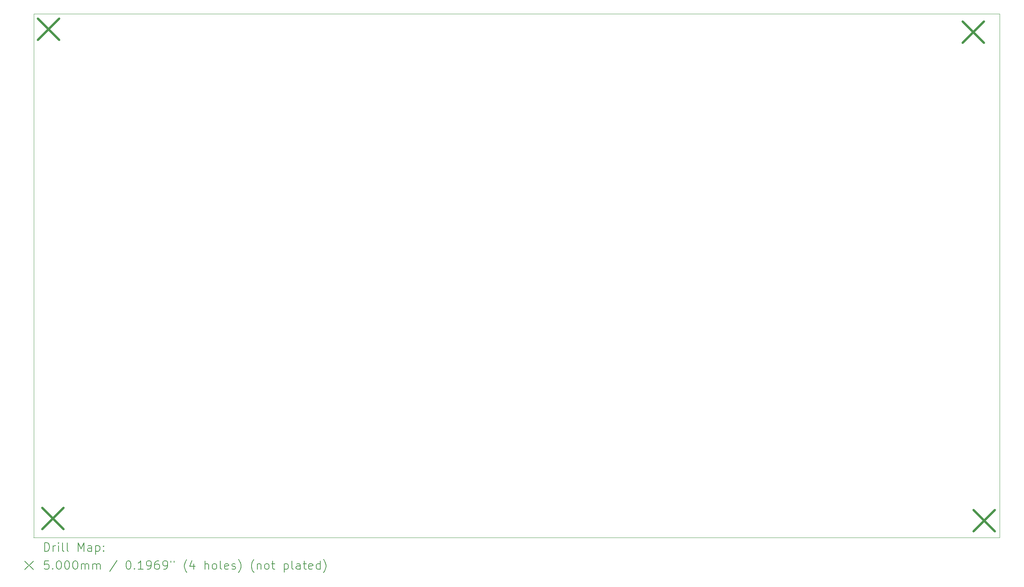
<source format=gbr>
%TF.GenerationSoftware,KiCad,Pcbnew,7.0.5*%
%TF.CreationDate,2023-10-10T15:43:37-03:00*%
%TF.ProjectId,intex_spa_V4,696e7465-785f-4737-9061-5f56342e6b69,Marcio Ant_o*%
%TF.SameCoordinates,Original*%
%TF.FileFunction,Drillmap*%
%TF.FilePolarity,Positive*%
%FSLAX45Y45*%
G04 Gerber Fmt 4.5, Leading zero omitted, Abs format (unit mm)*
G04 Created by KiCad (PCBNEW 7.0.5) date 2023-10-10 15:43:37*
%MOMM*%
%LPD*%
G01*
G04 APERTURE LIST*
%ADD10C,0.100000*%
%ADD11C,0.200000*%
%ADD12C,0.500000*%
G04 APERTURE END LIST*
D10*
X2754000Y-3184000D02*
X2754000Y-15384000D01*
X25252912Y-3184000D02*
X25252912Y-15383982D01*
X25252912Y-3184000D02*
X2754000Y-3184000D01*
X25253870Y-15383982D02*
X2753870Y-15383982D01*
D11*
D12*
X2852661Y-3289945D02*
X3352661Y-3789945D01*
X3352661Y-3289945D02*
X2852661Y-3789945D01*
X2954000Y-14684000D02*
X3454000Y-15184000D01*
X3454000Y-14684000D02*
X2954000Y-15184000D01*
X24388000Y-3358000D02*
X24888000Y-3858000D01*
X24888000Y-3358000D02*
X24388000Y-3858000D01*
X24642000Y-14736000D02*
X25142000Y-15236000D01*
X25142000Y-14736000D02*
X24642000Y-15236000D01*
D11*
X3009647Y-15700484D02*
X3009647Y-15500484D01*
X3009647Y-15500484D02*
X3057266Y-15500484D01*
X3057266Y-15500484D02*
X3085838Y-15510008D01*
X3085838Y-15510008D02*
X3104885Y-15529055D01*
X3104885Y-15529055D02*
X3114409Y-15548103D01*
X3114409Y-15548103D02*
X3123933Y-15586198D01*
X3123933Y-15586198D02*
X3123933Y-15614769D01*
X3123933Y-15614769D02*
X3114409Y-15652865D01*
X3114409Y-15652865D02*
X3104885Y-15671912D01*
X3104885Y-15671912D02*
X3085838Y-15690960D01*
X3085838Y-15690960D02*
X3057266Y-15700484D01*
X3057266Y-15700484D02*
X3009647Y-15700484D01*
X3209647Y-15700484D02*
X3209647Y-15567150D01*
X3209647Y-15605246D02*
X3219171Y-15586198D01*
X3219171Y-15586198D02*
X3228695Y-15576674D01*
X3228695Y-15576674D02*
X3247742Y-15567150D01*
X3247742Y-15567150D02*
X3266790Y-15567150D01*
X3333457Y-15700484D02*
X3333457Y-15567150D01*
X3333457Y-15500484D02*
X3323933Y-15510008D01*
X3323933Y-15510008D02*
X3333457Y-15519531D01*
X3333457Y-15519531D02*
X3342980Y-15510008D01*
X3342980Y-15510008D02*
X3333457Y-15500484D01*
X3333457Y-15500484D02*
X3333457Y-15519531D01*
X3457266Y-15700484D02*
X3438219Y-15690960D01*
X3438219Y-15690960D02*
X3428695Y-15671912D01*
X3428695Y-15671912D02*
X3428695Y-15500484D01*
X3562028Y-15700484D02*
X3542980Y-15690960D01*
X3542980Y-15690960D02*
X3533457Y-15671912D01*
X3533457Y-15671912D02*
X3533457Y-15500484D01*
X3790600Y-15700484D02*
X3790600Y-15500484D01*
X3790600Y-15500484D02*
X3857266Y-15643341D01*
X3857266Y-15643341D02*
X3923933Y-15500484D01*
X3923933Y-15500484D02*
X3923933Y-15700484D01*
X4104885Y-15700484D02*
X4104885Y-15595722D01*
X4104885Y-15595722D02*
X4095361Y-15576674D01*
X4095361Y-15576674D02*
X4076314Y-15567150D01*
X4076314Y-15567150D02*
X4038219Y-15567150D01*
X4038219Y-15567150D02*
X4019171Y-15576674D01*
X4104885Y-15690960D02*
X4085838Y-15700484D01*
X4085838Y-15700484D02*
X4038219Y-15700484D01*
X4038219Y-15700484D02*
X4019171Y-15690960D01*
X4019171Y-15690960D02*
X4009647Y-15671912D01*
X4009647Y-15671912D02*
X4009647Y-15652865D01*
X4009647Y-15652865D02*
X4019171Y-15633817D01*
X4019171Y-15633817D02*
X4038219Y-15624293D01*
X4038219Y-15624293D02*
X4085838Y-15624293D01*
X4085838Y-15624293D02*
X4104885Y-15614769D01*
X4200123Y-15567150D02*
X4200123Y-15767150D01*
X4200123Y-15576674D02*
X4219171Y-15567150D01*
X4219171Y-15567150D02*
X4257266Y-15567150D01*
X4257266Y-15567150D02*
X4276314Y-15576674D01*
X4276314Y-15576674D02*
X4285838Y-15586198D01*
X4285838Y-15586198D02*
X4295362Y-15605246D01*
X4295362Y-15605246D02*
X4295362Y-15662388D01*
X4295362Y-15662388D02*
X4285838Y-15681436D01*
X4285838Y-15681436D02*
X4276314Y-15690960D01*
X4276314Y-15690960D02*
X4257266Y-15700484D01*
X4257266Y-15700484D02*
X4219171Y-15700484D01*
X4219171Y-15700484D02*
X4200123Y-15690960D01*
X4381076Y-15681436D02*
X4390600Y-15690960D01*
X4390600Y-15690960D02*
X4381076Y-15700484D01*
X4381076Y-15700484D02*
X4371552Y-15690960D01*
X4371552Y-15690960D02*
X4381076Y-15681436D01*
X4381076Y-15681436D02*
X4381076Y-15700484D01*
X4381076Y-15576674D02*
X4390600Y-15586198D01*
X4390600Y-15586198D02*
X4381076Y-15595722D01*
X4381076Y-15595722D02*
X4371552Y-15586198D01*
X4371552Y-15586198D02*
X4381076Y-15576674D01*
X4381076Y-15576674D02*
X4381076Y-15595722D01*
X2548870Y-15929000D02*
X2748870Y-16129000D01*
X2748870Y-15929000D02*
X2548870Y-16129000D01*
X3104885Y-15920484D02*
X3009647Y-15920484D01*
X3009647Y-15920484D02*
X3000123Y-16015722D01*
X3000123Y-16015722D02*
X3009647Y-16006198D01*
X3009647Y-16006198D02*
X3028695Y-15996674D01*
X3028695Y-15996674D02*
X3076314Y-15996674D01*
X3076314Y-15996674D02*
X3095361Y-16006198D01*
X3095361Y-16006198D02*
X3104885Y-16015722D01*
X3104885Y-16015722D02*
X3114409Y-16034769D01*
X3114409Y-16034769D02*
X3114409Y-16082388D01*
X3114409Y-16082388D02*
X3104885Y-16101436D01*
X3104885Y-16101436D02*
X3095361Y-16110960D01*
X3095361Y-16110960D02*
X3076314Y-16120484D01*
X3076314Y-16120484D02*
X3028695Y-16120484D01*
X3028695Y-16120484D02*
X3009647Y-16110960D01*
X3009647Y-16110960D02*
X3000123Y-16101436D01*
X3200123Y-16101436D02*
X3209647Y-16110960D01*
X3209647Y-16110960D02*
X3200123Y-16120484D01*
X3200123Y-16120484D02*
X3190600Y-16110960D01*
X3190600Y-16110960D02*
X3200123Y-16101436D01*
X3200123Y-16101436D02*
X3200123Y-16120484D01*
X3333457Y-15920484D02*
X3352504Y-15920484D01*
X3352504Y-15920484D02*
X3371552Y-15930008D01*
X3371552Y-15930008D02*
X3381076Y-15939531D01*
X3381076Y-15939531D02*
X3390600Y-15958579D01*
X3390600Y-15958579D02*
X3400123Y-15996674D01*
X3400123Y-15996674D02*
X3400123Y-16044293D01*
X3400123Y-16044293D02*
X3390600Y-16082388D01*
X3390600Y-16082388D02*
X3381076Y-16101436D01*
X3381076Y-16101436D02*
X3371552Y-16110960D01*
X3371552Y-16110960D02*
X3352504Y-16120484D01*
X3352504Y-16120484D02*
X3333457Y-16120484D01*
X3333457Y-16120484D02*
X3314409Y-16110960D01*
X3314409Y-16110960D02*
X3304885Y-16101436D01*
X3304885Y-16101436D02*
X3295361Y-16082388D01*
X3295361Y-16082388D02*
X3285838Y-16044293D01*
X3285838Y-16044293D02*
X3285838Y-15996674D01*
X3285838Y-15996674D02*
X3295361Y-15958579D01*
X3295361Y-15958579D02*
X3304885Y-15939531D01*
X3304885Y-15939531D02*
X3314409Y-15930008D01*
X3314409Y-15930008D02*
X3333457Y-15920484D01*
X3523933Y-15920484D02*
X3542981Y-15920484D01*
X3542981Y-15920484D02*
X3562028Y-15930008D01*
X3562028Y-15930008D02*
X3571552Y-15939531D01*
X3571552Y-15939531D02*
X3581076Y-15958579D01*
X3581076Y-15958579D02*
X3590600Y-15996674D01*
X3590600Y-15996674D02*
X3590600Y-16044293D01*
X3590600Y-16044293D02*
X3581076Y-16082388D01*
X3581076Y-16082388D02*
X3571552Y-16101436D01*
X3571552Y-16101436D02*
X3562028Y-16110960D01*
X3562028Y-16110960D02*
X3542981Y-16120484D01*
X3542981Y-16120484D02*
X3523933Y-16120484D01*
X3523933Y-16120484D02*
X3504885Y-16110960D01*
X3504885Y-16110960D02*
X3495361Y-16101436D01*
X3495361Y-16101436D02*
X3485838Y-16082388D01*
X3485838Y-16082388D02*
X3476314Y-16044293D01*
X3476314Y-16044293D02*
X3476314Y-15996674D01*
X3476314Y-15996674D02*
X3485838Y-15958579D01*
X3485838Y-15958579D02*
X3495361Y-15939531D01*
X3495361Y-15939531D02*
X3504885Y-15930008D01*
X3504885Y-15930008D02*
X3523933Y-15920484D01*
X3714409Y-15920484D02*
X3733457Y-15920484D01*
X3733457Y-15920484D02*
X3752504Y-15930008D01*
X3752504Y-15930008D02*
X3762028Y-15939531D01*
X3762028Y-15939531D02*
X3771552Y-15958579D01*
X3771552Y-15958579D02*
X3781076Y-15996674D01*
X3781076Y-15996674D02*
X3781076Y-16044293D01*
X3781076Y-16044293D02*
X3771552Y-16082388D01*
X3771552Y-16082388D02*
X3762028Y-16101436D01*
X3762028Y-16101436D02*
X3752504Y-16110960D01*
X3752504Y-16110960D02*
X3733457Y-16120484D01*
X3733457Y-16120484D02*
X3714409Y-16120484D01*
X3714409Y-16120484D02*
X3695361Y-16110960D01*
X3695361Y-16110960D02*
X3685838Y-16101436D01*
X3685838Y-16101436D02*
X3676314Y-16082388D01*
X3676314Y-16082388D02*
X3666790Y-16044293D01*
X3666790Y-16044293D02*
X3666790Y-15996674D01*
X3666790Y-15996674D02*
X3676314Y-15958579D01*
X3676314Y-15958579D02*
X3685838Y-15939531D01*
X3685838Y-15939531D02*
X3695361Y-15930008D01*
X3695361Y-15930008D02*
X3714409Y-15920484D01*
X3866790Y-16120484D02*
X3866790Y-15987150D01*
X3866790Y-16006198D02*
X3876314Y-15996674D01*
X3876314Y-15996674D02*
X3895361Y-15987150D01*
X3895361Y-15987150D02*
X3923933Y-15987150D01*
X3923933Y-15987150D02*
X3942981Y-15996674D01*
X3942981Y-15996674D02*
X3952504Y-16015722D01*
X3952504Y-16015722D02*
X3952504Y-16120484D01*
X3952504Y-16015722D02*
X3962028Y-15996674D01*
X3962028Y-15996674D02*
X3981076Y-15987150D01*
X3981076Y-15987150D02*
X4009647Y-15987150D01*
X4009647Y-15987150D02*
X4028695Y-15996674D01*
X4028695Y-15996674D02*
X4038219Y-16015722D01*
X4038219Y-16015722D02*
X4038219Y-16120484D01*
X4133457Y-16120484D02*
X4133457Y-15987150D01*
X4133457Y-16006198D02*
X4142981Y-15996674D01*
X4142981Y-15996674D02*
X4162028Y-15987150D01*
X4162028Y-15987150D02*
X4190600Y-15987150D01*
X4190600Y-15987150D02*
X4209647Y-15996674D01*
X4209647Y-15996674D02*
X4219171Y-16015722D01*
X4219171Y-16015722D02*
X4219171Y-16120484D01*
X4219171Y-16015722D02*
X4228695Y-15996674D01*
X4228695Y-15996674D02*
X4247743Y-15987150D01*
X4247743Y-15987150D02*
X4276314Y-15987150D01*
X4276314Y-15987150D02*
X4295362Y-15996674D01*
X4295362Y-15996674D02*
X4304885Y-16015722D01*
X4304885Y-16015722D02*
X4304885Y-16120484D01*
X4695362Y-15910960D02*
X4523933Y-16168103D01*
X4952505Y-15920484D02*
X4971552Y-15920484D01*
X4971552Y-15920484D02*
X4990600Y-15930008D01*
X4990600Y-15930008D02*
X5000124Y-15939531D01*
X5000124Y-15939531D02*
X5009647Y-15958579D01*
X5009647Y-15958579D02*
X5019171Y-15996674D01*
X5019171Y-15996674D02*
X5019171Y-16044293D01*
X5019171Y-16044293D02*
X5009647Y-16082388D01*
X5009647Y-16082388D02*
X5000124Y-16101436D01*
X5000124Y-16101436D02*
X4990600Y-16110960D01*
X4990600Y-16110960D02*
X4971552Y-16120484D01*
X4971552Y-16120484D02*
X4952505Y-16120484D01*
X4952505Y-16120484D02*
X4933457Y-16110960D01*
X4933457Y-16110960D02*
X4923933Y-16101436D01*
X4923933Y-16101436D02*
X4914409Y-16082388D01*
X4914409Y-16082388D02*
X4904886Y-16044293D01*
X4904886Y-16044293D02*
X4904886Y-15996674D01*
X4904886Y-15996674D02*
X4914409Y-15958579D01*
X4914409Y-15958579D02*
X4923933Y-15939531D01*
X4923933Y-15939531D02*
X4933457Y-15930008D01*
X4933457Y-15930008D02*
X4952505Y-15920484D01*
X5104886Y-16101436D02*
X5114409Y-16110960D01*
X5114409Y-16110960D02*
X5104886Y-16120484D01*
X5104886Y-16120484D02*
X5095362Y-16110960D01*
X5095362Y-16110960D02*
X5104886Y-16101436D01*
X5104886Y-16101436D02*
X5104886Y-16120484D01*
X5304886Y-16120484D02*
X5190600Y-16120484D01*
X5247743Y-16120484D02*
X5247743Y-15920484D01*
X5247743Y-15920484D02*
X5228695Y-15949055D01*
X5228695Y-15949055D02*
X5209647Y-15968103D01*
X5209647Y-15968103D02*
X5190600Y-15977627D01*
X5400124Y-16120484D02*
X5438219Y-16120484D01*
X5438219Y-16120484D02*
X5457267Y-16110960D01*
X5457267Y-16110960D02*
X5466790Y-16101436D01*
X5466790Y-16101436D02*
X5485838Y-16072865D01*
X5485838Y-16072865D02*
X5495362Y-16034769D01*
X5495362Y-16034769D02*
X5495362Y-15958579D01*
X5495362Y-15958579D02*
X5485838Y-15939531D01*
X5485838Y-15939531D02*
X5476314Y-15930008D01*
X5476314Y-15930008D02*
X5457267Y-15920484D01*
X5457267Y-15920484D02*
X5419171Y-15920484D01*
X5419171Y-15920484D02*
X5400124Y-15930008D01*
X5400124Y-15930008D02*
X5390600Y-15939531D01*
X5390600Y-15939531D02*
X5381076Y-15958579D01*
X5381076Y-15958579D02*
X5381076Y-16006198D01*
X5381076Y-16006198D02*
X5390600Y-16025246D01*
X5390600Y-16025246D02*
X5400124Y-16034769D01*
X5400124Y-16034769D02*
X5419171Y-16044293D01*
X5419171Y-16044293D02*
X5457267Y-16044293D01*
X5457267Y-16044293D02*
X5476314Y-16034769D01*
X5476314Y-16034769D02*
X5485838Y-16025246D01*
X5485838Y-16025246D02*
X5495362Y-16006198D01*
X5666790Y-15920484D02*
X5628695Y-15920484D01*
X5628695Y-15920484D02*
X5609647Y-15930008D01*
X5609647Y-15930008D02*
X5600124Y-15939531D01*
X5600124Y-15939531D02*
X5581076Y-15968103D01*
X5581076Y-15968103D02*
X5571552Y-16006198D01*
X5571552Y-16006198D02*
X5571552Y-16082388D01*
X5571552Y-16082388D02*
X5581076Y-16101436D01*
X5581076Y-16101436D02*
X5590600Y-16110960D01*
X5590600Y-16110960D02*
X5609647Y-16120484D01*
X5609647Y-16120484D02*
X5647743Y-16120484D01*
X5647743Y-16120484D02*
X5666790Y-16110960D01*
X5666790Y-16110960D02*
X5676314Y-16101436D01*
X5676314Y-16101436D02*
X5685838Y-16082388D01*
X5685838Y-16082388D02*
X5685838Y-16034769D01*
X5685838Y-16034769D02*
X5676314Y-16015722D01*
X5676314Y-16015722D02*
X5666790Y-16006198D01*
X5666790Y-16006198D02*
X5647743Y-15996674D01*
X5647743Y-15996674D02*
X5609647Y-15996674D01*
X5609647Y-15996674D02*
X5590600Y-16006198D01*
X5590600Y-16006198D02*
X5581076Y-16015722D01*
X5581076Y-16015722D02*
X5571552Y-16034769D01*
X5781076Y-16120484D02*
X5819171Y-16120484D01*
X5819171Y-16120484D02*
X5838219Y-16110960D01*
X5838219Y-16110960D02*
X5847743Y-16101436D01*
X5847743Y-16101436D02*
X5866790Y-16072865D01*
X5866790Y-16072865D02*
X5876314Y-16034769D01*
X5876314Y-16034769D02*
X5876314Y-15958579D01*
X5876314Y-15958579D02*
X5866790Y-15939531D01*
X5866790Y-15939531D02*
X5857266Y-15930008D01*
X5857266Y-15930008D02*
X5838219Y-15920484D01*
X5838219Y-15920484D02*
X5800124Y-15920484D01*
X5800124Y-15920484D02*
X5781076Y-15930008D01*
X5781076Y-15930008D02*
X5771552Y-15939531D01*
X5771552Y-15939531D02*
X5762028Y-15958579D01*
X5762028Y-15958579D02*
X5762028Y-16006198D01*
X5762028Y-16006198D02*
X5771552Y-16025246D01*
X5771552Y-16025246D02*
X5781076Y-16034769D01*
X5781076Y-16034769D02*
X5800124Y-16044293D01*
X5800124Y-16044293D02*
X5838219Y-16044293D01*
X5838219Y-16044293D02*
X5857266Y-16034769D01*
X5857266Y-16034769D02*
X5866790Y-16025246D01*
X5866790Y-16025246D02*
X5876314Y-16006198D01*
X5952505Y-15920484D02*
X5952505Y-15958579D01*
X6028695Y-15920484D02*
X6028695Y-15958579D01*
X6323933Y-16196674D02*
X6314409Y-16187150D01*
X6314409Y-16187150D02*
X6295362Y-16158579D01*
X6295362Y-16158579D02*
X6285838Y-16139531D01*
X6285838Y-16139531D02*
X6276314Y-16110960D01*
X6276314Y-16110960D02*
X6266790Y-16063341D01*
X6266790Y-16063341D02*
X6266790Y-16025246D01*
X6266790Y-16025246D02*
X6276314Y-15977627D01*
X6276314Y-15977627D02*
X6285838Y-15949055D01*
X6285838Y-15949055D02*
X6295362Y-15930008D01*
X6295362Y-15930008D02*
X6314409Y-15901436D01*
X6314409Y-15901436D02*
X6323933Y-15891912D01*
X6485838Y-15987150D02*
X6485838Y-16120484D01*
X6438219Y-15910960D02*
X6390600Y-16053817D01*
X6390600Y-16053817D02*
X6514409Y-16053817D01*
X6742981Y-16120484D02*
X6742981Y-15920484D01*
X6828695Y-16120484D02*
X6828695Y-16015722D01*
X6828695Y-16015722D02*
X6819171Y-15996674D01*
X6819171Y-15996674D02*
X6800124Y-15987150D01*
X6800124Y-15987150D02*
X6771552Y-15987150D01*
X6771552Y-15987150D02*
X6752505Y-15996674D01*
X6752505Y-15996674D02*
X6742981Y-16006198D01*
X6952505Y-16120484D02*
X6933457Y-16110960D01*
X6933457Y-16110960D02*
X6923933Y-16101436D01*
X6923933Y-16101436D02*
X6914409Y-16082388D01*
X6914409Y-16082388D02*
X6914409Y-16025246D01*
X6914409Y-16025246D02*
X6923933Y-16006198D01*
X6923933Y-16006198D02*
X6933457Y-15996674D01*
X6933457Y-15996674D02*
X6952505Y-15987150D01*
X6952505Y-15987150D02*
X6981076Y-15987150D01*
X6981076Y-15987150D02*
X7000124Y-15996674D01*
X7000124Y-15996674D02*
X7009648Y-16006198D01*
X7009648Y-16006198D02*
X7019171Y-16025246D01*
X7019171Y-16025246D02*
X7019171Y-16082388D01*
X7019171Y-16082388D02*
X7009648Y-16101436D01*
X7009648Y-16101436D02*
X7000124Y-16110960D01*
X7000124Y-16110960D02*
X6981076Y-16120484D01*
X6981076Y-16120484D02*
X6952505Y-16120484D01*
X7133457Y-16120484D02*
X7114409Y-16110960D01*
X7114409Y-16110960D02*
X7104886Y-16091912D01*
X7104886Y-16091912D02*
X7104886Y-15920484D01*
X7285838Y-16110960D02*
X7266790Y-16120484D01*
X7266790Y-16120484D02*
X7228695Y-16120484D01*
X7228695Y-16120484D02*
X7209648Y-16110960D01*
X7209648Y-16110960D02*
X7200124Y-16091912D01*
X7200124Y-16091912D02*
X7200124Y-16015722D01*
X7200124Y-16015722D02*
X7209648Y-15996674D01*
X7209648Y-15996674D02*
X7228695Y-15987150D01*
X7228695Y-15987150D02*
X7266790Y-15987150D01*
X7266790Y-15987150D02*
X7285838Y-15996674D01*
X7285838Y-15996674D02*
X7295362Y-16015722D01*
X7295362Y-16015722D02*
X7295362Y-16034769D01*
X7295362Y-16034769D02*
X7200124Y-16053817D01*
X7371552Y-16110960D02*
X7390600Y-16120484D01*
X7390600Y-16120484D02*
X7428695Y-16120484D01*
X7428695Y-16120484D02*
X7447743Y-16110960D01*
X7447743Y-16110960D02*
X7457267Y-16091912D01*
X7457267Y-16091912D02*
X7457267Y-16082388D01*
X7457267Y-16082388D02*
X7447743Y-16063341D01*
X7447743Y-16063341D02*
X7428695Y-16053817D01*
X7428695Y-16053817D02*
X7400124Y-16053817D01*
X7400124Y-16053817D02*
X7381076Y-16044293D01*
X7381076Y-16044293D02*
X7371552Y-16025246D01*
X7371552Y-16025246D02*
X7371552Y-16015722D01*
X7371552Y-16015722D02*
X7381076Y-15996674D01*
X7381076Y-15996674D02*
X7400124Y-15987150D01*
X7400124Y-15987150D02*
X7428695Y-15987150D01*
X7428695Y-15987150D02*
X7447743Y-15996674D01*
X7523933Y-16196674D02*
X7533457Y-16187150D01*
X7533457Y-16187150D02*
X7552505Y-16158579D01*
X7552505Y-16158579D02*
X7562029Y-16139531D01*
X7562029Y-16139531D02*
X7571552Y-16110960D01*
X7571552Y-16110960D02*
X7581076Y-16063341D01*
X7581076Y-16063341D02*
X7581076Y-16025246D01*
X7581076Y-16025246D02*
X7571552Y-15977627D01*
X7571552Y-15977627D02*
X7562029Y-15949055D01*
X7562029Y-15949055D02*
X7552505Y-15930008D01*
X7552505Y-15930008D02*
X7533457Y-15901436D01*
X7533457Y-15901436D02*
X7523933Y-15891912D01*
X7885838Y-16196674D02*
X7876314Y-16187150D01*
X7876314Y-16187150D02*
X7857267Y-16158579D01*
X7857267Y-16158579D02*
X7847743Y-16139531D01*
X7847743Y-16139531D02*
X7838219Y-16110960D01*
X7838219Y-16110960D02*
X7828695Y-16063341D01*
X7828695Y-16063341D02*
X7828695Y-16025246D01*
X7828695Y-16025246D02*
X7838219Y-15977627D01*
X7838219Y-15977627D02*
X7847743Y-15949055D01*
X7847743Y-15949055D02*
X7857267Y-15930008D01*
X7857267Y-15930008D02*
X7876314Y-15901436D01*
X7876314Y-15901436D02*
X7885838Y-15891912D01*
X7962029Y-15987150D02*
X7962029Y-16120484D01*
X7962029Y-16006198D02*
X7971552Y-15996674D01*
X7971552Y-15996674D02*
X7990600Y-15987150D01*
X7990600Y-15987150D02*
X8019171Y-15987150D01*
X8019171Y-15987150D02*
X8038219Y-15996674D01*
X8038219Y-15996674D02*
X8047743Y-16015722D01*
X8047743Y-16015722D02*
X8047743Y-16120484D01*
X8171552Y-16120484D02*
X8152505Y-16110960D01*
X8152505Y-16110960D02*
X8142981Y-16101436D01*
X8142981Y-16101436D02*
X8133457Y-16082388D01*
X8133457Y-16082388D02*
X8133457Y-16025246D01*
X8133457Y-16025246D02*
X8142981Y-16006198D01*
X8142981Y-16006198D02*
X8152505Y-15996674D01*
X8152505Y-15996674D02*
X8171552Y-15987150D01*
X8171552Y-15987150D02*
X8200124Y-15987150D01*
X8200124Y-15987150D02*
X8219171Y-15996674D01*
X8219171Y-15996674D02*
X8228695Y-16006198D01*
X8228695Y-16006198D02*
X8238219Y-16025246D01*
X8238219Y-16025246D02*
X8238219Y-16082388D01*
X8238219Y-16082388D02*
X8228695Y-16101436D01*
X8228695Y-16101436D02*
X8219171Y-16110960D01*
X8219171Y-16110960D02*
X8200124Y-16120484D01*
X8200124Y-16120484D02*
X8171552Y-16120484D01*
X8295362Y-15987150D02*
X8371552Y-15987150D01*
X8323933Y-15920484D02*
X8323933Y-16091912D01*
X8323933Y-16091912D02*
X8333457Y-16110960D01*
X8333457Y-16110960D02*
X8352505Y-16120484D01*
X8352505Y-16120484D02*
X8371552Y-16120484D01*
X8590600Y-15987150D02*
X8590600Y-16187150D01*
X8590600Y-15996674D02*
X8609648Y-15987150D01*
X8609648Y-15987150D02*
X8647743Y-15987150D01*
X8647743Y-15987150D02*
X8666791Y-15996674D01*
X8666791Y-15996674D02*
X8676314Y-16006198D01*
X8676314Y-16006198D02*
X8685838Y-16025246D01*
X8685838Y-16025246D02*
X8685838Y-16082388D01*
X8685838Y-16082388D02*
X8676314Y-16101436D01*
X8676314Y-16101436D02*
X8666791Y-16110960D01*
X8666791Y-16110960D02*
X8647743Y-16120484D01*
X8647743Y-16120484D02*
X8609648Y-16120484D01*
X8609648Y-16120484D02*
X8590600Y-16110960D01*
X8800124Y-16120484D02*
X8781076Y-16110960D01*
X8781076Y-16110960D02*
X8771553Y-16091912D01*
X8771553Y-16091912D02*
X8771553Y-15920484D01*
X8962029Y-16120484D02*
X8962029Y-16015722D01*
X8962029Y-16015722D02*
X8952505Y-15996674D01*
X8952505Y-15996674D02*
X8933457Y-15987150D01*
X8933457Y-15987150D02*
X8895362Y-15987150D01*
X8895362Y-15987150D02*
X8876314Y-15996674D01*
X8962029Y-16110960D02*
X8942981Y-16120484D01*
X8942981Y-16120484D02*
X8895362Y-16120484D01*
X8895362Y-16120484D02*
X8876314Y-16110960D01*
X8876314Y-16110960D02*
X8866791Y-16091912D01*
X8866791Y-16091912D02*
X8866791Y-16072865D01*
X8866791Y-16072865D02*
X8876314Y-16053817D01*
X8876314Y-16053817D02*
X8895362Y-16044293D01*
X8895362Y-16044293D02*
X8942981Y-16044293D01*
X8942981Y-16044293D02*
X8962029Y-16034769D01*
X9028695Y-15987150D02*
X9104886Y-15987150D01*
X9057267Y-15920484D02*
X9057267Y-16091912D01*
X9057267Y-16091912D02*
X9066791Y-16110960D01*
X9066791Y-16110960D02*
X9085838Y-16120484D01*
X9085838Y-16120484D02*
X9104886Y-16120484D01*
X9247743Y-16110960D02*
X9228695Y-16120484D01*
X9228695Y-16120484D02*
X9190600Y-16120484D01*
X9190600Y-16120484D02*
X9171553Y-16110960D01*
X9171553Y-16110960D02*
X9162029Y-16091912D01*
X9162029Y-16091912D02*
X9162029Y-16015722D01*
X9162029Y-16015722D02*
X9171553Y-15996674D01*
X9171553Y-15996674D02*
X9190600Y-15987150D01*
X9190600Y-15987150D02*
X9228695Y-15987150D01*
X9228695Y-15987150D02*
X9247743Y-15996674D01*
X9247743Y-15996674D02*
X9257267Y-16015722D01*
X9257267Y-16015722D02*
X9257267Y-16034769D01*
X9257267Y-16034769D02*
X9162029Y-16053817D01*
X9428695Y-16120484D02*
X9428695Y-15920484D01*
X9428695Y-16110960D02*
X9409648Y-16120484D01*
X9409648Y-16120484D02*
X9371553Y-16120484D01*
X9371553Y-16120484D02*
X9352505Y-16110960D01*
X9352505Y-16110960D02*
X9342981Y-16101436D01*
X9342981Y-16101436D02*
X9333457Y-16082388D01*
X9333457Y-16082388D02*
X9333457Y-16025246D01*
X9333457Y-16025246D02*
X9342981Y-16006198D01*
X9342981Y-16006198D02*
X9352505Y-15996674D01*
X9352505Y-15996674D02*
X9371553Y-15987150D01*
X9371553Y-15987150D02*
X9409648Y-15987150D01*
X9409648Y-15987150D02*
X9428695Y-15996674D01*
X9504886Y-16196674D02*
X9514410Y-16187150D01*
X9514410Y-16187150D02*
X9533457Y-16158579D01*
X9533457Y-16158579D02*
X9542981Y-16139531D01*
X9542981Y-16139531D02*
X9552505Y-16110960D01*
X9552505Y-16110960D02*
X9562029Y-16063341D01*
X9562029Y-16063341D02*
X9562029Y-16025246D01*
X9562029Y-16025246D02*
X9552505Y-15977627D01*
X9552505Y-15977627D02*
X9542981Y-15949055D01*
X9542981Y-15949055D02*
X9533457Y-15930008D01*
X9533457Y-15930008D02*
X9514410Y-15901436D01*
X9514410Y-15901436D02*
X9504886Y-15891912D01*
M02*

</source>
